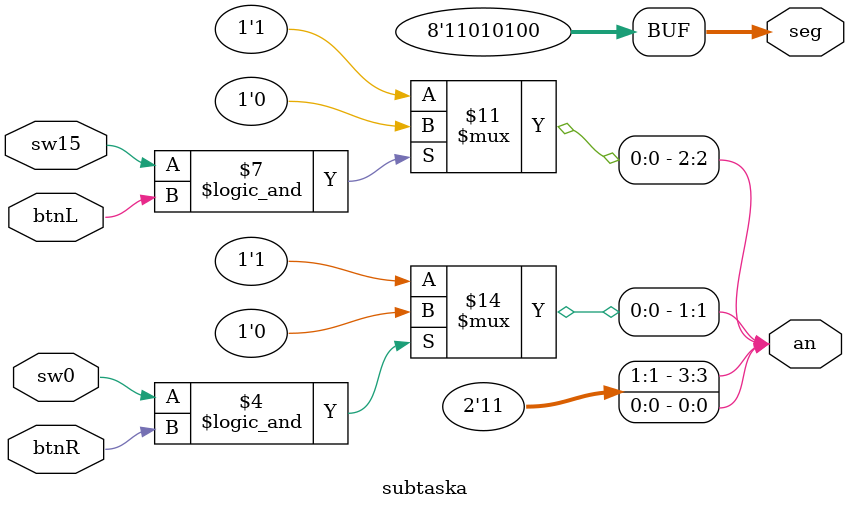
<source format=v>
`timescale 1ns / 1ps


module subtaska(input sw0, input sw15, input btnL, input btnR,
                output reg [7:0] seg = 8'b11010100, 
                output reg [3:0]an = 4'b1111
    );
    always @(*) begin
    if (sw0 == 1 && btnR == 1) begin
        an[1] <= 0;
    end else begin
        an[1] <= 1;
    end 
    
    if (sw15 == 1 && btnL == 1) begin
        an[2] <= 0; 
    end else begin
        an[2] <= 1;
    end
    end
    
endmodule

</source>
